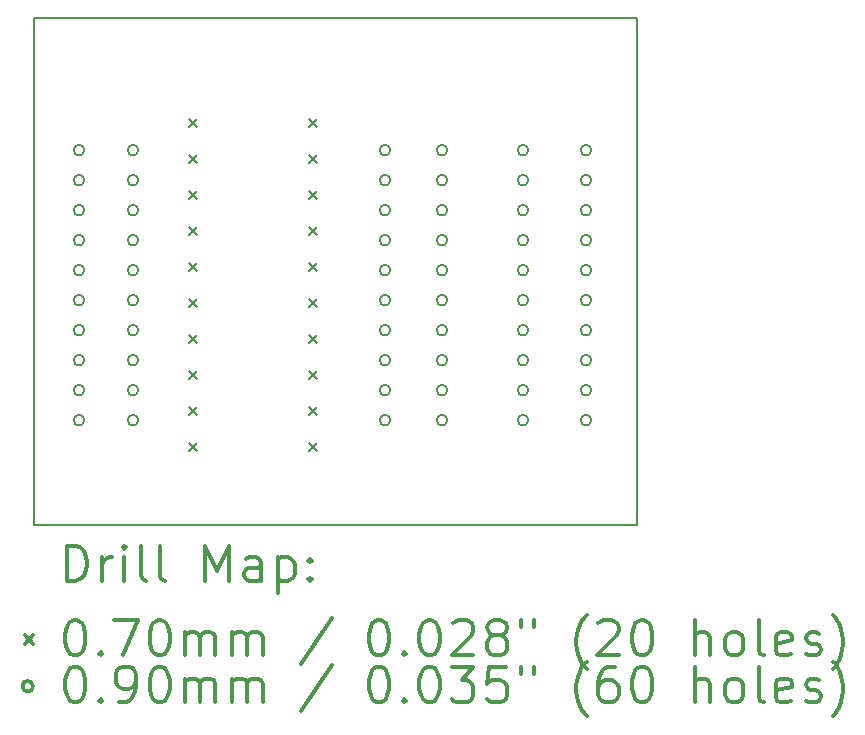
<source format=gbr>
%FSLAX45Y45*%
G04 Gerber Fmt 4.5, Leading zero omitted, Abs format (unit mm)*
G04 Created by KiCad (PCBNEW 4.1.0-alpha+201605262346+6832~44~ubuntu15.10.1-product) date Mon May 30 00:32:09 2016*
%MOMM*%
%LPD*%
G01*
G04 APERTURE LIST*
%ADD10C,0.127000*%
%ADD11C,0.150000*%
%ADD12C,0.200000*%
%ADD13C,0.300000*%
G04 APERTURE END LIST*
D10*
D11*
X12420600Y-14147800D02*
X12344400Y-14147800D01*
X12420600Y-9855200D02*
X12344400Y-9855200D01*
X12420600Y-9855200D02*
X12941300Y-9855200D01*
X12344400Y-14147800D02*
X12344400Y-9855200D01*
X17449800Y-14147800D02*
X12420600Y-14147800D01*
X17449800Y-9855200D02*
X17449800Y-14147800D01*
X12941300Y-9855200D02*
X17449800Y-9855200D01*
D12*
X13655600Y-10709200D02*
X13725600Y-10779200D01*
X13725600Y-10709200D02*
X13655600Y-10779200D01*
X13655600Y-11014000D02*
X13725600Y-11084000D01*
X13725600Y-11014000D02*
X13655600Y-11084000D01*
X13655600Y-11318800D02*
X13725600Y-11388800D01*
X13725600Y-11318800D02*
X13655600Y-11388800D01*
X13655600Y-11623600D02*
X13725600Y-11693600D01*
X13725600Y-11623600D02*
X13655600Y-11693600D01*
X13655600Y-11928400D02*
X13725600Y-11998400D01*
X13725600Y-11928400D02*
X13655600Y-11998400D01*
X13655600Y-12233200D02*
X13725600Y-12303200D01*
X13725600Y-12233200D02*
X13655600Y-12303200D01*
X13655600Y-12538000D02*
X13725600Y-12608000D01*
X13725600Y-12538000D02*
X13655600Y-12608000D01*
X13655600Y-12842800D02*
X13725600Y-12912800D01*
X13725600Y-12842800D02*
X13655600Y-12912800D01*
X13655600Y-13147600D02*
X13725600Y-13217600D01*
X13725600Y-13147600D02*
X13655600Y-13217600D01*
X13655600Y-13452400D02*
X13725600Y-13522400D01*
X13725600Y-13452400D02*
X13655600Y-13522400D01*
X14671600Y-10709200D02*
X14741600Y-10779200D01*
X14741600Y-10709200D02*
X14671600Y-10779200D01*
X14671600Y-11014000D02*
X14741600Y-11084000D01*
X14741600Y-11014000D02*
X14671600Y-11084000D01*
X14671600Y-11318800D02*
X14741600Y-11388800D01*
X14741600Y-11318800D02*
X14671600Y-11388800D01*
X14671600Y-11623600D02*
X14741600Y-11693600D01*
X14741600Y-11623600D02*
X14671600Y-11693600D01*
X14671600Y-11928400D02*
X14741600Y-11998400D01*
X14741600Y-11928400D02*
X14671600Y-11998400D01*
X14671600Y-12233200D02*
X14741600Y-12303200D01*
X14741600Y-12233200D02*
X14671600Y-12303200D01*
X14671600Y-12538000D02*
X14741600Y-12608000D01*
X14741600Y-12538000D02*
X14671600Y-12608000D01*
X14671600Y-12842800D02*
X14741600Y-12912800D01*
X14741600Y-12842800D02*
X14671600Y-12912800D01*
X14671600Y-13147600D02*
X14741600Y-13217600D01*
X14741600Y-13147600D02*
X14671600Y-13217600D01*
X14671600Y-13452400D02*
X14741600Y-13522400D01*
X14741600Y-13452400D02*
X14671600Y-13522400D01*
X12770400Y-10972800D02*
G75*
G03X12770400Y-10972800I-45000J0D01*
G01*
X12770400Y-11226800D02*
G75*
G03X12770400Y-11226800I-45000J0D01*
G01*
X12770400Y-11480800D02*
G75*
G03X12770400Y-11480800I-45000J0D01*
G01*
X12770400Y-11734800D02*
G75*
G03X12770400Y-11734800I-45000J0D01*
G01*
X12770400Y-11988800D02*
G75*
G03X12770400Y-11988800I-45000J0D01*
G01*
X12770400Y-12242800D02*
G75*
G03X12770400Y-12242800I-45000J0D01*
G01*
X12770400Y-12496800D02*
G75*
G03X12770400Y-12496800I-45000J0D01*
G01*
X12770400Y-12750800D02*
G75*
G03X12770400Y-12750800I-45000J0D01*
G01*
X12770400Y-13004800D02*
G75*
G03X12770400Y-13004800I-45000J0D01*
G01*
X12770400Y-13258800D02*
G75*
G03X12770400Y-13258800I-45000J0D01*
G01*
X13227600Y-10972800D02*
G75*
G03X13227600Y-10972800I-45000J0D01*
G01*
X13227600Y-11226800D02*
G75*
G03X13227600Y-11226800I-45000J0D01*
G01*
X13227600Y-11480800D02*
G75*
G03X13227600Y-11480800I-45000J0D01*
G01*
X13227600Y-11734800D02*
G75*
G03X13227600Y-11734800I-45000J0D01*
G01*
X13227600Y-11988800D02*
G75*
G03X13227600Y-11988800I-45000J0D01*
G01*
X13227600Y-12242800D02*
G75*
G03X13227600Y-12242800I-45000J0D01*
G01*
X13227600Y-12496800D02*
G75*
G03X13227600Y-12496800I-45000J0D01*
G01*
X13227600Y-12750800D02*
G75*
G03X13227600Y-12750800I-45000J0D01*
G01*
X13227600Y-13004800D02*
G75*
G03X13227600Y-13004800I-45000J0D01*
G01*
X13227600Y-13258800D02*
G75*
G03X13227600Y-13258800I-45000J0D01*
G01*
X15361200Y-10972800D02*
G75*
G03X15361200Y-10972800I-45000J0D01*
G01*
X15361200Y-11226800D02*
G75*
G03X15361200Y-11226800I-45000J0D01*
G01*
X15361200Y-11480800D02*
G75*
G03X15361200Y-11480800I-45000J0D01*
G01*
X15361200Y-11734800D02*
G75*
G03X15361200Y-11734800I-45000J0D01*
G01*
X15361200Y-11988800D02*
G75*
G03X15361200Y-11988800I-45000J0D01*
G01*
X15361200Y-12242800D02*
G75*
G03X15361200Y-12242800I-45000J0D01*
G01*
X15361200Y-12496800D02*
G75*
G03X15361200Y-12496800I-45000J0D01*
G01*
X15361200Y-12750800D02*
G75*
G03X15361200Y-12750800I-45000J0D01*
G01*
X15361200Y-13004800D02*
G75*
G03X15361200Y-13004800I-45000J0D01*
G01*
X15361200Y-13258800D02*
G75*
G03X15361200Y-13258800I-45000J0D01*
G01*
X15843800Y-10972800D02*
G75*
G03X15843800Y-10972800I-45000J0D01*
G01*
X15843800Y-11226800D02*
G75*
G03X15843800Y-11226800I-45000J0D01*
G01*
X15843800Y-11480800D02*
G75*
G03X15843800Y-11480800I-45000J0D01*
G01*
X15843800Y-11734800D02*
G75*
G03X15843800Y-11734800I-45000J0D01*
G01*
X15843800Y-11988800D02*
G75*
G03X15843800Y-11988800I-45000J0D01*
G01*
X15843800Y-12242800D02*
G75*
G03X15843800Y-12242800I-45000J0D01*
G01*
X15843800Y-12496800D02*
G75*
G03X15843800Y-12496800I-45000J0D01*
G01*
X15843800Y-12750800D02*
G75*
G03X15843800Y-12750800I-45000J0D01*
G01*
X15843800Y-13004800D02*
G75*
G03X15843800Y-13004800I-45000J0D01*
G01*
X15843800Y-13258800D02*
G75*
G03X15843800Y-13258800I-45000J0D01*
G01*
X16529600Y-10972800D02*
G75*
G03X16529600Y-10972800I-45000J0D01*
G01*
X16529600Y-11226800D02*
G75*
G03X16529600Y-11226800I-45000J0D01*
G01*
X16529600Y-11480800D02*
G75*
G03X16529600Y-11480800I-45000J0D01*
G01*
X16529600Y-11734800D02*
G75*
G03X16529600Y-11734800I-45000J0D01*
G01*
X16529600Y-11988800D02*
G75*
G03X16529600Y-11988800I-45000J0D01*
G01*
X16529600Y-12242800D02*
G75*
G03X16529600Y-12242800I-45000J0D01*
G01*
X16529600Y-12496800D02*
G75*
G03X16529600Y-12496800I-45000J0D01*
G01*
X16529600Y-12750800D02*
G75*
G03X16529600Y-12750800I-45000J0D01*
G01*
X16529600Y-13004800D02*
G75*
G03X16529600Y-13004800I-45000J0D01*
G01*
X16529600Y-13258800D02*
G75*
G03X16529600Y-13258800I-45000J0D01*
G01*
X17063000Y-10972800D02*
G75*
G03X17063000Y-10972800I-45000J0D01*
G01*
X17063000Y-11226800D02*
G75*
G03X17063000Y-11226800I-45000J0D01*
G01*
X17063000Y-11480800D02*
G75*
G03X17063000Y-11480800I-45000J0D01*
G01*
X17063000Y-11734800D02*
G75*
G03X17063000Y-11734800I-45000J0D01*
G01*
X17063000Y-11988800D02*
G75*
G03X17063000Y-11988800I-45000J0D01*
G01*
X17063000Y-12242800D02*
G75*
G03X17063000Y-12242800I-45000J0D01*
G01*
X17063000Y-12496800D02*
G75*
G03X17063000Y-12496800I-45000J0D01*
G01*
X17063000Y-12750800D02*
G75*
G03X17063000Y-12750800I-45000J0D01*
G01*
X17063000Y-13004800D02*
G75*
G03X17063000Y-13004800I-45000J0D01*
G01*
X17063000Y-13258800D02*
G75*
G03X17063000Y-13258800I-45000J0D01*
G01*
D13*
X12623328Y-14621014D02*
X12623328Y-14321014D01*
X12694757Y-14321014D01*
X12737614Y-14335300D01*
X12766186Y-14363871D01*
X12780471Y-14392443D01*
X12794757Y-14449586D01*
X12794757Y-14492443D01*
X12780471Y-14549586D01*
X12766186Y-14578157D01*
X12737614Y-14606729D01*
X12694757Y-14621014D01*
X12623328Y-14621014D01*
X12923328Y-14621014D02*
X12923328Y-14421014D01*
X12923328Y-14478157D02*
X12937614Y-14449586D01*
X12951900Y-14435300D01*
X12980471Y-14421014D01*
X13009043Y-14421014D01*
X13109043Y-14621014D02*
X13109043Y-14421014D01*
X13109043Y-14321014D02*
X13094757Y-14335300D01*
X13109043Y-14349586D01*
X13123328Y-14335300D01*
X13109043Y-14321014D01*
X13109043Y-14349586D01*
X13294757Y-14621014D02*
X13266186Y-14606729D01*
X13251900Y-14578157D01*
X13251900Y-14321014D01*
X13451900Y-14621014D02*
X13423328Y-14606729D01*
X13409043Y-14578157D01*
X13409043Y-14321014D01*
X13794757Y-14621014D02*
X13794757Y-14321014D01*
X13894757Y-14535300D01*
X13994757Y-14321014D01*
X13994757Y-14621014D01*
X14266186Y-14621014D02*
X14266186Y-14463871D01*
X14251900Y-14435300D01*
X14223328Y-14421014D01*
X14166186Y-14421014D01*
X14137614Y-14435300D01*
X14266186Y-14606729D02*
X14237614Y-14621014D01*
X14166186Y-14621014D01*
X14137614Y-14606729D01*
X14123328Y-14578157D01*
X14123328Y-14549586D01*
X14137614Y-14521014D01*
X14166186Y-14506729D01*
X14237614Y-14506729D01*
X14266186Y-14492443D01*
X14409043Y-14421014D02*
X14409043Y-14721014D01*
X14409043Y-14435300D02*
X14437614Y-14421014D01*
X14494757Y-14421014D01*
X14523328Y-14435300D01*
X14537614Y-14449586D01*
X14551900Y-14478157D01*
X14551900Y-14563871D01*
X14537614Y-14592443D01*
X14523328Y-14606729D01*
X14494757Y-14621014D01*
X14437614Y-14621014D01*
X14409043Y-14606729D01*
X14680471Y-14592443D02*
X14694757Y-14606729D01*
X14680471Y-14621014D01*
X14666186Y-14606729D01*
X14680471Y-14592443D01*
X14680471Y-14621014D01*
X14680471Y-14435300D02*
X14694757Y-14449586D01*
X14680471Y-14463871D01*
X14666186Y-14449586D01*
X14680471Y-14435300D01*
X14680471Y-14463871D01*
X12266900Y-15080300D02*
X12336900Y-15150300D01*
X12336900Y-15080300D02*
X12266900Y-15150300D01*
X12680471Y-14951014D02*
X12709043Y-14951014D01*
X12737614Y-14965300D01*
X12751900Y-14979586D01*
X12766186Y-15008157D01*
X12780471Y-15065300D01*
X12780471Y-15136729D01*
X12766186Y-15193871D01*
X12751900Y-15222443D01*
X12737614Y-15236729D01*
X12709043Y-15251014D01*
X12680471Y-15251014D01*
X12651900Y-15236729D01*
X12637614Y-15222443D01*
X12623328Y-15193871D01*
X12609043Y-15136729D01*
X12609043Y-15065300D01*
X12623328Y-15008157D01*
X12637614Y-14979586D01*
X12651900Y-14965300D01*
X12680471Y-14951014D01*
X12909043Y-15222443D02*
X12923328Y-15236729D01*
X12909043Y-15251014D01*
X12894757Y-15236729D01*
X12909043Y-15222443D01*
X12909043Y-15251014D01*
X13023328Y-14951014D02*
X13223328Y-14951014D01*
X13094757Y-15251014D01*
X13394757Y-14951014D02*
X13423328Y-14951014D01*
X13451900Y-14965300D01*
X13466186Y-14979586D01*
X13480471Y-15008157D01*
X13494757Y-15065300D01*
X13494757Y-15136729D01*
X13480471Y-15193871D01*
X13466186Y-15222443D01*
X13451900Y-15236729D01*
X13423328Y-15251014D01*
X13394757Y-15251014D01*
X13366186Y-15236729D01*
X13351900Y-15222443D01*
X13337614Y-15193871D01*
X13323328Y-15136729D01*
X13323328Y-15065300D01*
X13337614Y-15008157D01*
X13351900Y-14979586D01*
X13366186Y-14965300D01*
X13394757Y-14951014D01*
X13623328Y-15251014D02*
X13623328Y-15051014D01*
X13623328Y-15079586D02*
X13637614Y-15065300D01*
X13666186Y-15051014D01*
X13709043Y-15051014D01*
X13737614Y-15065300D01*
X13751900Y-15093871D01*
X13751900Y-15251014D01*
X13751900Y-15093871D02*
X13766186Y-15065300D01*
X13794757Y-15051014D01*
X13837614Y-15051014D01*
X13866186Y-15065300D01*
X13880471Y-15093871D01*
X13880471Y-15251014D01*
X14023328Y-15251014D02*
X14023328Y-15051014D01*
X14023328Y-15079586D02*
X14037614Y-15065300D01*
X14066186Y-15051014D01*
X14109043Y-15051014D01*
X14137614Y-15065300D01*
X14151900Y-15093871D01*
X14151900Y-15251014D01*
X14151900Y-15093871D02*
X14166186Y-15065300D01*
X14194757Y-15051014D01*
X14237614Y-15051014D01*
X14266186Y-15065300D01*
X14280471Y-15093871D01*
X14280471Y-15251014D01*
X14866186Y-14936729D02*
X14609043Y-15322443D01*
X15251900Y-14951014D02*
X15280471Y-14951014D01*
X15309043Y-14965300D01*
X15323328Y-14979586D01*
X15337614Y-15008157D01*
X15351900Y-15065300D01*
X15351900Y-15136729D01*
X15337614Y-15193871D01*
X15323328Y-15222443D01*
X15309043Y-15236729D01*
X15280471Y-15251014D01*
X15251900Y-15251014D01*
X15223328Y-15236729D01*
X15209043Y-15222443D01*
X15194757Y-15193871D01*
X15180471Y-15136729D01*
X15180471Y-15065300D01*
X15194757Y-15008157D01*
X15209043Y-14979586D01*
X15223328Y-14965300D01*
X15251900Y-14951014D01*
X15480471Y-15222443D02*
X15494757Y-15236729D01*
X15480471Y-15251014D01*
X15466186Y-15236729D01*
X15480471Y-15222443D01*
X15480471Y-15251014D01*
X15680471Y-14951014D02*
X15709043Y-14951014D01*
X15737614Y-14965300D01*
X15751900Y-14979586D01*
X15766186Y-15008157D01*
X15780471Y-15065300D01*
X15780471Y-15136729D01*
X15766186Y-15193871D01*
X15751900Y-15222443D01*
X15737614Y-15236729D01*
X15709043Y-15251014D01*
X15680471Y-15251014D01*
X15651900Y-15236729D01*
X15637614Y-15222443D01*
X15623328Y-15193871D01*
X15609043Y-15136729D01*
X15609043Y-15065300D01*
X15623328Y-15008157D01*
X15637614Y-14979586D01*
X15651900Y-14965300D01*
X15680471Y-14951014D01*
X15894757Y-14979586D02*
X15909043Y-14965300D01*
X15937614Y-14951014D01*
X16009043Y-14951014D01*
X16037614Y-14965300D01*
X16051900Y-14979586D01*
X16066186Y-15008157D01*
X16066186Y-15036729D01*
X16051900Y-15079586D01*
X15880471Y-15251014D01*
X16066186Y-15251014D01*
X16237614Y-15079586D02*
X16209043Y-15065300D01*
X16194757Y-15051014D01*
X16180471Y-15022443D01*
X16180471Y-15008157D01*
X16194757Y-14979586D01*
X16209043Y-14965300D01*
X16237614Y-14951014D01*
X16294757Y-14951014D01*
X16323328Y-14965300D01*
X16337614Y-14979586D01*
X16351900Y-15008157D01*
X16351900Y-15022443D01*
X16337614Y-15051014D01*
X16323328Y-15065300D01*
X16294757Y-15079586D01*
X16237614Y-15079586D01*
X16209043Y-15093871D01*
X16194757Y-15108157D01*
X16180471Y-15136729D01*
X16180471Y-15193871D01*
X16194757Y-15222443D01*
X16209043Y-15236729D01*
X16237614Y-15251014D01*
X16294757Y-15251014D01*
X16323328Y-15236729D01*
X16337614Y-15222443D01*
X16351900Y-15193871D01*
X16351900Y-15136729D01*
X16337614Y-15108157D01*
X16323328Y-15093871D01*
X16294757Y-15079586D01*
X16466186Y-14951014D02*
X16466186Y-15008157D01*
X16580471Y-14951014D02*
X16580471Y-15008157D01*
X17023328Y-15365300D02*
X17009043Y-15351014D01*
X16980471Y-15308157D01*
X16966186Y-15279586D01*
X16951900Y-15236729D01*
X16937614Y-15165300D01*
X16937614Y-15108157D01*
X16951900Y-15036729D01*
X16966186Y-14993871D01*
X16980471Y-14965300D01*
X17009043Y-14922443D01*
X17023328Y-14908157D01*
X17123328Y-14979586D02*
X17137614Y-14965300D01*
X17166186Y-14951014D01*
X17237614Y-14951014D01*
X17266186Y-14965300D01*
X17280471Y-14979586D01*
X17294757Y-15008157D01*
X17294757Y-15036729D01*
X17280471Y-15079586D01*
X17109043Y-15251014D01*
X17294757Y-15251014D01*
X17480471Y-14951014D02*
X17509043Y-14951014D01*
X17537614Y-14965300D01*
X17551900Y-14979586D01*
X17566186Y-15008157D01*
X17580471Y-15065300D01*
X17580471Y-15136729D01*
X17566186Y-15193871D01*
X17551900Y-15222443D01*
X17537614Y-15236729D01*
X17509043Y-15251014D01*
X17480471Y-15251014D01*
X17451900Y-15236729D01*
X17437614Y-15222443D01*
X17423328Y-15193871D01*
X17409043Y-15136729D01*
X17409043Y-15065300D01*
X17423328Y-15008157D01*
X17437614Y-14979586D01*
X17451900Y-14965300D01*
X17480471Y-14951014D01*
X17937614Y-15251014D02*
X17937614Y-14951014D01*
X18066186Y-15251014D02*
X18066186Y-15093871D01*
X18051900Y-15065300D01*
X18023328Y-15051014D01*
X17980471Y-15051014D01*
X17951900Y-15065300D01*
X17937614Y-15079586D01*
X18251900Y-15251014D02*
X18223328Y-15236729D01*
X18209043Y-15222443D01*
X18194757Y-15193871D01*
X18194757Y-15108157D01*
X18209043Y-15079586D01*
X18223328Y-15065300D01*
X18251900Y-15051014D01*
X18294757Y-15051014D01*
X18323328Y-15065300D01*
X18337614Y-15079586D01*
X18351900Y-15108157D01*
X18351900Y-15193871D01*
X18337614Y-15222443D01*
X18323328Y-15236729D01*
X18294757Y-15251014D01*
X18251900Y-15251014D01*
X18523328Y-15251014D02*
X18494757Y-15236729D01*
X18480471Y-15208157D01*
X18480471Y-14951014D01*
X18751900Y-15236729D02*
X18723328Y-15251014D01*
X18666186Y-15251014D01*
X18637614Y-15236729D01*
X18623328Y-15208157D01*
X18623328Y-15093871D01*
X18637614Y-15065300D01*
X18666186Y-15051014D01*
X18723328Y-15051014D01*
X18751900Y-15065300D01*
X18766186Y-15093871D01*
X18766186Y-15122443D01*
X18623328Y-15151014D01*
X18880471Y-15236729D02*
X18909043Y-15251014D01*
X18966186Y-15251014D01*
X18994757Y-15236729D01*
X19009043Y-15208157D01*
X19009043Y-15193871D01*
X18994757Y-15165300D01*
X18966186Y-15151014D01*
X18923328Y-15151014D01*
X18894757Y-15136729D01*
X18880471Y-15108157D01*
X18880471Y-15093871D01*
X18894757Y-15065300D01*
X18923328Y-15051014D01*
X18966186Y-15051014D01*
X18994757Y-15065300D01*
X19109043Y-15365300D02*
X19123328Y-15351014D01*
X19151900Y-15308157D01*
X19166186Y-15279586D01*
X19180471Y-15236729D01*
X19194757Y-15165300D01*
X19194757Y-15108157D01*
X19180471Y-15036729D01*
X19166186Y-14993871D01*
X19151900Y-14965300D01*
X19123328Y-14922443D01*
X19109043Y-14908157D01*
X12336900Y-15511300D02*
G75*
G03X12336900Y-15511300I-45000J0D01*
G01*
X12680471Y-15347014D02*
X12709043Y-15347014D01*
X12737614Y-15361300D01*
X12751900Y-15375586D01*
X12766186Y-15404157D01*
X12780471Y-15461300D01*
X12780471Y-15532729D01*
X12766186Y-15589871D01*
X12751900Y-15618443D01*
X12737614Y-15632729D01*
X12709043Y-15647014D01*
X12680471Y-15647014D01*
X12651900Y-15632729D01*
X12637614Y-15618443D01*
X12623328Y-15589871D01*
X12609043Y-15532729D01*
X12609043Y-15461300D01*
X12623328Y-15404157D01*
X12637614Y-15375586D01*
X12651900Y-15361300D01*
X12680471Y-15347014D01*
X12909043Y-15618443D02*
X12923328Y-15632729D01*
X12909043Y-15647014D01*
X12894757Y-15632729D01*
X12909043Y-15618443D01*
X12909043Y-15647014D01*
X13066186Y-15647014D02*
X13123328Y-15647014D01*
X13151900Y-15632729D01*
X13166186Y-15618443D01*
X13194757Y-15575586D01*
X13209043Y-15518443D01*
X13209043Y-15404157D01*
X13194757Y-15375586D01*
X13180471Y-15361300D01*
X13151900Y-15347014D01*
X13094757Y-15347014D01*
X13066186Y-15361300D01*
X13051900Y-15375586D01*
X13037614Y-15404157D01*
X13037614Y-15475586D01*
X13051900Y-15504157D01*
X13066186Y-15518443D01*
X13094757Y-15532729D01*
X13151900Y-15532729D01*
X13180471Y-15518443D01*
X13194757Y-15504157D01*
X13209043Y-15475586D01*
X13394757Y-15347014D02*
X13423328Y-15347014D01*
X13451900Y-15361300D01*
X13466186Y-15375586D01*
X13480471Y-15404157D01*
X13494757Y-15461300D01*
X13494757Y-15532729D01*
X13480471Y-15589871D01*
X13466186Y-15618443D01*
X13451900Y-15632729D01*
X13423328Y-15647014D01*
X13394757Y-15647014D01*
X13366186Y-15632729D01*
X13351900Y-15618443D01*
X13337614Y-15589871D01*
X13323328Y-15532729D01*
X13323328Y-15461300D01*
X13337614Y-15404157D01*
X13351900Y-15375586D01*
X13366186Y-15361300D01*
X13394757Y-15347014D01*
X13623328Y-15647014D02*
X13623328Y-15447014D01*
X13623328Y-15475586D02*
X13637614Y-15461300D01*
X13666186Y-15447014D01*
X13709043Y-15447014D01*
X13737614Y-15461300D01*
X13751900Y-15489871D01*
X13751900Y-15647014D01*
X13751900Y-15489871D02*
X13766186Y-15461300D01*
X13794757Y-15447014D01*
X13837614Y-15447014D01*
X13866186Y-15461300D01*
X13880471Y-15489871D01*
X13880471Y-15647014D01*
X14023328Y-15647014D02*
X14023328Y-15447014D01*
X14023328Y-15475586D02*
X14037614Y-15461300D01*
X14066186Y-15447014D01*
X14109043Y-15447014D01*
X14137614Y-15461300D01*
X14151900Y-15489871D01*
X14151900Y-15647014D01*
X14151900Y-15489871D02*
X14166186Y-15461300D01*
X14194757Y-15447014D01*
X14237614Y-15447014D01*
X14266186Y-15461300D01*
X14280471Y-15489871D01*
X14280471Y-15647014D01*
X14866186Y-15332729D02*
X14609043Y-15718443D01*
X15251900Y-15347014D02*
X15280471Y-15347014D01*
X15309043Y-15361300D01*
X15323328Y-15375586D01*
X15337614Y-15404157D01*
X15351900Y-15461300D01*
X15351900Y-15532729D01*
X15337614Y-15589871D01*
X15323328Y-15618443D01*
X15309043Y-15632729D01*
X15280471Y-15647014D01*
X15251900Y-15647014D01*
X15223328Y-15632729D01*
X15209043Y-15618443D01*
X15194757Y-15589871D01*
X15180471Y-15532729D01*
X15180471Y-15461300D01*
X15194757Y-15404157D01*
X15209043Y-15375586D01*
X15223328Y-15361300D01*
X15251900Y-15347014D01*
X15480471Y-15618443D02*
X15494757Y-15632729D01*
X15480471Y-15647014D01*
X15466186Y-15632729D01*
X15480471Y-15618443D01*
X15480471Y-15647014D01*
X15680471Y-15347014D02*
X15709043Y-15347014D01*
X15737614Y-15361300D01*
X15751900Y-15375586D01*
X15766186Y-15404157D01*
X15780471Y-15461300D01*
X15780471Y-15532729D01*
X15766186Y-15589871D01*
X15751900Y-15618443D01*
X15737614Y-15632729D01*
X15709043Y-15647014D01*
X15680471Y-15647014D01*
X15651900Y-15632729D01*
X15637614Y-15618443D01*
X15623328Y-15589871D01*
X15609043Y-15532729D01*
X15609043Y-15461300D01*
X15623328Y-15404157D01*
X15637614Y-15375586D01*
X15651900Y-15361300D01*
X15680471Y-15347014D01*
X15880471Y-15347014D02*
X16066186Y-15347014D01*
X15966186Y-15461300D01*
X16009043Y-15461300D01*
X16037614Y-15475586D01*
X16051900Y-15489871D01*
X16066186Y-15518443D01*
X16066186Y-15589871D01*
X16051900Y-15618443D01*
X16037614Y-15632729D01*
X16009043Y-15647014D01*
X15923328Y-15647014D01*
X15894757Y-15632729D01*
X15880471Y-15618443D01*
X16337614Y-15347014D02*
X16194757Y-15347014D01*
X16180471Y-15489871D01*
X16194757Y-15475586D01*
X16223328Y-15461300D01*
X16294757Y-15461300D01*
X16323328Y-15475586D01*
X16337614Y-15489871D01*
X16351900Y-15518443D01*
X16351900Y-15589871D01*
X16337614Y-15618443D01*
X16323328Y-15632729D01*
X16294757Y-15647014D01*
X16223328Y-15647014D01*
X16194757Y-15632729D01*
X16180471Y-15618443D01*
X16466186Y-15347014D02*
X16466186Y-15404157D01*
X16580471Y-15347014D02*
X16580471Y-15404157D01*
X17023328Y-15761300D02*
X17009043Y-15747014D01*
X16980471Y-15704157D01*
X16966186Y-15675586D01*
X16951900Y-15632729D01*
X16937614Y-15561300D01*
X16937614Y-15504157D01*
X16951900Y-15432729D01*
X16966186Y-15389871D01*
X16980471Y-15361300D01*
X17009043Y-15318443D01*
X17023328Y-15304157D01*
X17266186Y-15347014D02*
X17209043Y-15347014D01*
X17180471Y-15361300D01*
X17166186Y-15375586D01*
X17137614Y-15418443D01*
X17123328Y-15475586D01*
X17123328Y-15589871D01*
X17137614Y-15618443D01*
X17151900Y-15632729D01*
X17180471Y-15647014D01*
X17237614Y-15647014D01*
X17266186Y-15632729D01*
X17280471Y-15618443D01*
X17294757Y-15589871D01*
X17294757Y-15518443D01*
X17280471Y-15489871D01*
X17266186Y-15475586D01*
X17237614Y-15461300D01*
X17180471Y-15461300D01*
X17151900Y-15475586D01*
X17137614Y-15489871D01*
X17123328Y-15518443D01*
X17480471Y-15347014D02*
X17509043Y-15347014D01*
X17537614Y-15361300D01*
X17551900Y-15375586D01*
X17566186Y-15404157D01*
X17580471Y-15461300D01*
X17580471Y-15532729D01*
X17566186Y-15589871D01*
X17551900Y-15618443D01*
X17537614Y-15632729D01*
X17509043Y-15647014D01*
X17480471Y-15647014D01*
X17451900Y-15632729D01*
X17437614Y-15618443D01*
X17423328Y-15589871D01*
X17409043Y-15532729D01*
X17409043Y-15461300D01*
X17423328Y-15404157D01*
X17437614Y-15375586D01*
X17451900Y-15361300D01*
X17480471Y-15347014D01*
X17937614Y-15647014D02*
X17937614Y-15347014D01*
X18066186Y-15647014D02*
X18066186Y-15489871D01*
X18051900Y-15461300D01*
X18023328Y-15447014D01*
X17980471Y-15447014D01*
X17951900Y-15461300D01*
X17937614Y-15475586D01*
X18251900Y-15647014D02*
X18223328Y-15632729D01*
X18209043Y-15618443D01*
X18194757Y-15589871D01*
X18194757Y-15504157D01*
X18209043Y-15475586D01*
X18223328Y-15461300D01*
X18251900Y-15447014D01*
X18294757Y-15447014D01*
X18323328Y-15461300D01*
X18337614Y-15475586D01*
X18351900Y-15504157D01*
X18351900Y-15589871D01*
X18337614Y-15618443D01*
X18323328Y-15632729D01*
X18294757Y-15647014D01*
X18251900Y-15647014D01*
X18523328Y-15647014D02*
X18494757Y-15632729D01*
X18480471Y-15604157D01*
X18480471Y-15347014D01*
X18751900Y-15632729D02*
X18723328Y-15647014D01*
X18666186Y-15647014D01*
X18637614Y-15632729D01*
X18623328Y-15604157D01*
X18623328Y-15489871D01*
X18637614Y-15461300D01*
X18666186Y-15447014D01*
X18723328Y-15447014D01*
X18751900Y-15461300D01*
X18766186Y-15489871D01*
X18766186Y-15518443D01*
X18623328Y-15547014D01*
X18880471Y-15632729D02*
X18909043Y-15647014D01*
X18966186Y-15647014D01*
X18994757Y-15632729D01*
X19009043Y-15604157D01*
X19009043Y-15589871D01*
X18994757Y-15561300D01*
X18966186Y-15547014D01*
X18923328Y-15547014D01*
X18894757Y-15532729D01*
X18880471Y-15504157D01*
X18880471Y-15489871D01*
X18894757Y-15461300D01*
X18923328Y-15447014D01*
X18966186Y-15447014D01*
X18994757Y-15461300D01*
X19109043Y-15761300D02*
X19123328Y-15747014D01*
X19151900Y-15704157D01*
X19166186Y-15675586D01*
X19180471Y-15632729D01*
X19194757Y-15561300D01*
X19194757Y-15504157D01*
X19180471Y-15432729D01*
X19166186Y-15389871D01*
X19151900Y-15361300D01*
X19123328Y-15318443D01*
X19109043Y-15304157D01*
M02*

</source>
